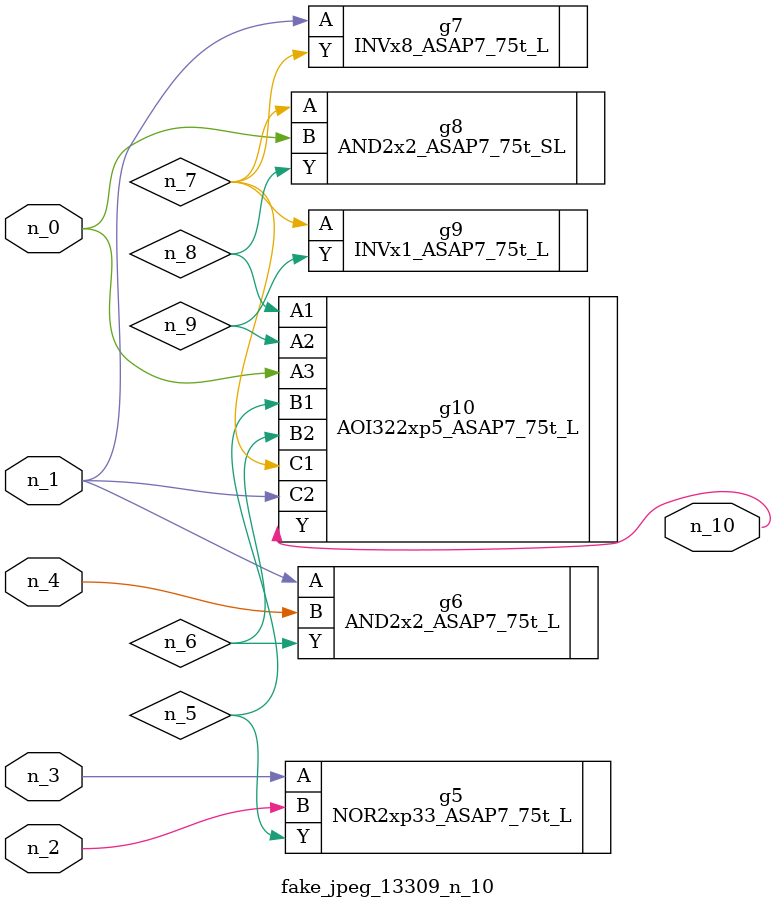
<source format=v>
module fake_jpeg_13309_n_10 (n_3, n_2, n_1, n_0, n_4, n_10);

input n_3;
input n_2;
input n_1;
input n_0;
input n_4;

output n_10;

wire n_8;
wire n_9;
wire n_6;
wire n_5;
wire n_7;

NOR2xp33_ASAP7_75t_L g5 ( 
.A(n_3),
.B(n_2),
.Y(n_5)
);

AND2x2_ASAP7_75t_L g6 ( 
.A(n_1),
.B(n_4),
.Y(n_6)
);

INVx8_ASAP7_75t_L g7 ( 
.A(n_1),
.Y(n_7)
);

AND2x2_ASAP7_75t_SL g8 ( 
.A(n_7),
.B(n_0),
.Y(n_8)
);

AOI322xp5_ASAP7_75t_L g10 ( 
.A1(n_8),
.A2(n_9),
.A3(n_0),
.B1(n_5),
.B2(n_6),
.C1(n_7),
.C2(n_1),
.Y(n_10)
);

INVx1_ASAP7_75t_L g9 ( 
.A(n_7),
.Y(n_9)
);


endmodule
</source>
